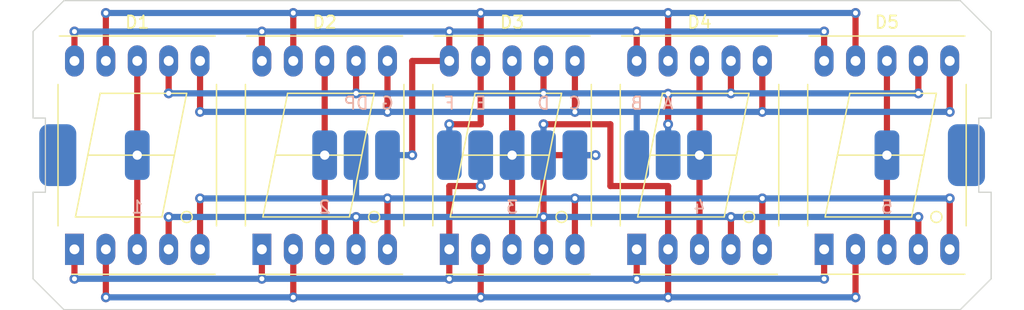
<source format=kicad_pcb>
(kicad_pcb (version 20211014) (generator pcbnew)
  (layers (0 "F.Cu" signal) (31 "B.Cu" signal) (34 "B.Paste" user) (35 "F.Paste" user) (36 "B.SilkS" user "B.Silkscreen") (37 "F.SilkS" user "F.Silkscreen") (38 "B.Mask" user) (39 "F.Mask" user) (44 "Edge.Cuts" user))
  (net 0 "")
  (net 1 "e")
  (net 2 "d")
  (net 3 "ca1")
  (net 4 "c")
  (net 5 "dp")
  (net 6 "b")
  (net 7 "a")
  (net 8 "f")
  (net 9 "g")
  (net 10 "ca2")
  (net 11 "ca3")
  (net 12 "ca4")
  (net 13 "ca5")
  (footprint "Display_7Segment:7SegmentLED_LTS6760_LTS6780" (layer "F.Cu") (at 93.99 50.12 90)
    (fp_text reference "D5" (at 18.37 5.08 180) (layer "F.SilkS"))
    (fp_text value "LTS-6960HR")
    (fp_line (start 2.62 7.08) (end 7.62 8.08) (layer "F.SilkS") (width 0.12))
    (fp_line (start 12.62 2.08) (end 7.62 1.08) (layer "F.SilkS") (width 0.12))
    (fp_line (start 1.905 11.49) (end 13.335 11.49) (layer "F.SilkS") (width 0.12))
    (fp_line (start -2.015 -0.22) (end -2.015 11.38) (layer "F.SilkS") (width 0.12))
    (fp_line (start 12.62 9.08) (end 7.62 8.08) (layer "F.SilkS") (width 0.12))
    (fp_line (start 1.905 -1.33) (end 13.335 -1.33) (layer "F.SilkS") (width 0.12))
    (fp_line (start 7.62 1.08) (end 2.62 0.08) (layer "F.SilkS") (width 0.12))
    (fp_line (start 12.62 2.08) (end 12.62 9.08) (layer "F.SilkS") (width 0.12))
    (fp_line (start 7.62 8.08) (end 7.62 1.08) (layer "F.SilkS") (width 0.12))
    (fp_line (start 2.62 0.08) (end 2.62 7.08) (layer "F.SilkS") (width 0.12))
    (fp_line (start 17.255 11.38) (end 17.255 -1.22) (layer "F.SilkS") (width 0.12))
    (fp_circle (center 2.62 9.08) (end 3.067214 9.08) (layer "F.SilkS") (width 0.12) (fill none))
    (pad "1" thru_hole rect (at 0 0) (size 1.524 2.524) (drill 0.8) (layers *.Cu *.Mask) (net 1 "e"))
    (pad "2" thru_hole oval (at 0 2.54) (size 1.524 2.524) (drill 0.8) (layers *.Cu *.Mask) (net 2 "d"))
    (pad "3" thru_hole oval (at 0 5.08) (size 1.524 2.524) (drill 0.8) (layers *.Cu *.Mask) (net 13 "ca5"))
    (pad "4" thru_hole oval (at 0 7.62) (size 1.524 2.524) (drill 0.8) (layers *.Cu *.Mask) (net 4 "c"))
    (pad "5" thru_hole oval (at 0 10.16) (size 1.524 2.524) (drill 0.8) (layers *.Cu *.Mask) (net 5 "dp"))
    (pad "6" thru_hole oval (at 15.24 10.16) (size 1.524 2.524) (drill 0.8) (layers *.Cu *.Mask) (net 6 "b"))
    (pad "7" thru_hole oval (at 15.24 7.62) (size 1.524 2.524) (drill 0.8) (layers *.Cu *.Mask) (net 7 "a"))
    (pad "8" thru_hole oval (at 15.24 5.08) (size 1.524 2.524) (drill 0.8) (layers *.Cu *.Mask) (net 13 "ca5"))
    (pad "9" thru_hole oval (at 15.24 2.54) (size 1.524 2.524) (drill 0.8) (layers *.Cu *.Mask) (net 8 "f"))
    (pad "10" thru_hole oval (at 15.24 0) (size 1.524 2.524) (drill 0.8) (layers *.Cu *.Mask) (net 9 "g"))
  )
  (footprint "Display_7Segment:7SegmentLED_LTS6760_LTS6780" (layer "F.Cu") (at 48.51 50.12 90)
    (fp_text reference "D2" (at 18.37 5.08 180) (layer "F.SilkS"))
    (fp_text value "LTS-6960HR")
    (fp_line (start 17.255 11.38) (end 17.255 -1.22) (layer "F.SilkS") (width 0.12))
    (fp_line (start 2.62 0.08) (end 2.62 7.08) (layer "F.SilkS") (width 0.12))
    (fp_line (start 1.905 11.49) (end 13.335 11.49) (layer "F.SilkS") (width 0.12))
    (fp_line (start 12.62 2.08) (end 12.62 9.08) (layer "F.SilkS") (width 0.12))
    (fp_line (start 1.905 -1.33) (end 13.335 -1.33) (layer "F.SilkS") (width 0.12))
    (fp_line (start 12.62 9.08) (end 7.62 8.08) (layer "F.SilkS") (width 0.12))
    (fp_line (start 2.62 7.08) (end 7.62 8.08) (layer "F.SilkS") (width 0.12))
    (fp_line (start 7.62 8.08) (end 7.62 1.08) (layer "F.SilkS") (width 0.12))
    (fp_line (start 12.62 2.08) (end 7.62 1.08) (layer "F.SilkS") (width 0.12))
    (fp_line (start 7.62 1.08) (end 2.62 0.08) (layer "F.SilkS") (width 0.12))
    (fp_line (start -2.015 -0.22) (end -2.015 11.38) (layer "F.SilkS") (width 0.12))
    (fp_circle (center 2.62 9.08) (end 3.067214 9.08) (layer "F.SilkS") (width 0.12) (fill none))
    (pad "1" thru_hole rect (at 0 0) (size 1.524 2.524) (drill 0.8) (layers *.Cu *.Mask) (net 1 "e"))
    (pad "2" thru_hole oval (at 0 2.54) (size 1.524 2.524) (drill 0.8) (layers *.Cu *.Mask) (net 2 "d"))
    (pad "3" thru_hole oval (at 0 5.08) (size 1.524 2.524) (drill 0.8) (layers *.Cu *.Mask) (net 10 "ca2"))
    (pad "4" thru_hole oval (at 0 7.62) (size 1.524 2.524) (drill 0.8) (layers *.Cu *.Mask) (net 4 "c"))
    (pad "5" thru_hole oval (at 0 10.16) (size 1.524 2.524) (drill 0.8) (layers *.Cu *.Mask) (net 5 "dp"))
    (pad "6" thru_hole oval (at 15.24 10.16) (size 1.524 2.524) (drill 0.8) (layers *.Cu *.Mask) (net 6 "b"))
    (pad "7" thru_hole oval (at 15.24 7.62) (size 1.524 2.524) (drill 0.8) (layers *.Cu *.Mask) (net 7 "a"))
    (pad "8" thru_hole oval (at 15.24 5.08) (size 1.524 2.524) (drill 0.8) (layers *.Cu *.Mask) (net 10 "ca2"))
    (pad "9" thru_hole oval (at 15.24 2.54) (size 1.524 2.524) (drill 0.8) (layers *.Cu *.Mask) (net 8 "f"))
    (pad "10" thru_hole oval (at 15.24 0) (size 1.524 2.524) (drill 0.8) (layers *.Cu *.Mask) (net 9 "g"))
  )
  (footprint "Display_7Segment:7SegmentLED_LTS6760_LTS6780" (layer "F.Cu") (at 63.67 50.12 90)
    (fp_text reference "D3" (at 18.37 5.08 180) (layer "F.SilkS"))
    (fp_text value "LTS-6960HR")
    (fp_line (start 1.905 11.49) (end 13.335 11.49) (layer "F.SilkS") (width 0.12))
    (fp_line (start -2.015 -0.22) (end -2.015 11.38) (layer "F.SilkS") (width 0.12))
    (fp_line (start 7.62 1.08) (end 2.62 0.08) (layer "F.SilkS") (width 0.12))
    (fp_line (start 2.62 7.08) (end 7.62 8.08) (layer "F.SilkS") (width 0.12))
    (fp_line (start 17.255 11.38) (end 17.255 -1.22) (layer "F.SilkS") (width 0.12))
    (fp_line (start 12.62 9.08) (end 7.62 8.08) (layer "F.SilkS") (width 0.12))
    (fp_line (start 7.62 8.08) (end 7.62 1.08) (layer "F.SilkS") (width 0.12))
    (fp_line (start 1.905 -1.33) (end 13.335 -1.33) (layer "F.SilkS") (width 0.12))
    (fp_line (start 2.62 0.08) (end 2.62 7.08) (layer "F.SilkS") (width 0.12))
    (fp_line (start 12.62 2.08) (end 12.62 9.08) (layer "F.SilkS") (width 0.12))
    (fp_line (start 12.62 2.08) (end 7.62 1.08) (layer "F.SilkS") (width 0.12))
    (fp_circle (center 2.62 9.08) (end 3.067214 9.08) (layer "F.SilkS") (width 0.12) (fill none))
    (pad "1" thru_hole rect (at 0 0) (size 1.524 2.524) (drill 0.8) (layers *.Cu *.Mask) (net 1 "e"))
    (pad "2" thru_hole oval (at 0 2.54) (size 1.524 2.524) (drill 0.8) (layers *.Cu *.Mask) (net 2 "d"))
    (pad "3" thru_hole oval (at 0 5.08) (size 1.524 2.524) (drill 0.8) (layers *.Cu *.Mask) (net 11 "ca3"))
    (pad "4" thru_hole oval (at 0 7.62) (size 1.524 2.524) (drill 0.8) (layers *.Cu *.Mask) (net 4 "c"))
    (pad "5" thru_hole oval (at 0 10.16) (size 1.524 2.524) (drill 0.8) (layers *.Cu *.Mask) (net 5 "dp"))
    (pad "6" thru_hole oval (at 15.24 10.16) (size 1.524 2.524) (drill 0.8) (layers *.Cu *.Mask) (net 6 "b"))
    (pad "7" thru_hole oval (at 15.24 7.62) (size 1.524 2.524) (drill 0.8) (layers *.Cu *.Mask) (net 7 "a"))
    (pad "8" thru_hole oval (at 15.24 5.08) (size 1.524 2.524) (drill 0.8) (layers *.Cu *.Mask) (net 11 "ca3"))
    (pad "9" thru_hole oval (at 15.24 2.54) (size 1.524 2.524) (drill 0.8) (layers *.Cu *.Mask) (net 8 "f"))
    (pad "10" thru_hole oval (at 15.24 0) (size 1.524 2.524) (drill 0.8) (layers *.Cu *.Mask) (net 9 "g"))
  )
  (footprint "Display_7Segment:7SegmentLED_LTS6760_LTS6780" (layer "F.Cu") (at 33.35 50.12 90)
    (fp_text reference "D1" (at 18.37 5.08 180) (layer "F.SilkS"))
    (fp_text value "LTS-6960HR")
    (fp_line (start 17.255 11.38) (end 17.255 -1.22) (layer "F.SilkS") (width 0.12))
    (fp_line (start 7.62 1.08) (end 2.62 0.08) (layer "F.SilkS") (width 0.12))
    (fp_line (start 12.62 2.08) (end 12.62 9.08) (layer "F.SilkS") (width 0.12))
    (fp_line (start 1.905 -1.33) (end 13.335 -1.33) (layer "F.SilkS") (width 0.12))
    (fp_line (start 7.62 8.08) (end 7.62 1.08) (layer "F.SilkS") (width 0.12))
    (fp_line (start -2.015 -0.22) (end -2.015 11.38) (layer "F.SilkS") (width 0.12))
    (fp_line (start 12.62 2.08) (end 7.62 1.08) (layer "F.SilkS") (width 0.12))
    (fp_line (start 12.62 9.08) (end 7.62 8.08) (layer "F.SilkS") (width 0.12))
    (fp_line (start 2.62 0.08) (end 2.62 7.08) (layer "F.SilkS") (width 0.12))
    (fp_line (start 1.905 11.49) (end 13.335 11.49) (layer "F.SilkS") (width 0.12))
    (fp_line (start 2.62 7.08) (end 7.62 8.08) (layer "F.SilkS") (width 0.12))
    (fp_circle (center 2.62 9.08) (end 3.067214 9.08) (layer "F.SilkS") (width 0.12) (fill none))
    (pad "1" thru_hole rect (at 0 0) (size 1.524 2.524) (drill 0.8) (layers *.Cu *.Mask) (net 1 "e"))
    (pad "2" thru_hole oval (at 0 2.54) (size 1.524 2.524) (drill 0.8) (layers *.Cu *.Mask) (net 2 "d"))
    (pad "3" thru_hole oval (at 0 5.08) (size 1.524 2.524) (drill 0.8) (layers *.Cu *.Mask) (net 3 "ca1"))
    (pad "4" thru_hole oval (at 0 7.62) (size 1.524 2.524) (drill 0.8) (layers *.Cu *.Mask) (net 4 "c"))
    (pad "5" thru_hole oval (at 0 10.16) (size 1.524 2.524) (drill 0.8) (layers *.Cu *.Mask) (net 5 "dp"))
    (pad "6" thru_hole oval (at 15.24 10.16) (size 1.524 2.524) (drill 0.8) (layers *.Cu *.Mask) (net 6 "b"))
    (pad "7" thru_hole oval (at 15.24 7.62) (size 1.524 2.524) (drill 0.8) (layers *.Cu *.Mask) (net 7 "a"))
    (pad "8" thru_hole oval (at 15.24 5.08) (size 1.524 2.524) (drill 0.8) (layers *.Cu *.Mask) (net 3 "ca1"))
    (pad "9" thru_hole oval (at 15.24 2.54) (size 1.524 2.524) (drill 0.8) (layers *.Cu *.Mask) (net 8 "f"))
    (pad "10" thru_hole oval (at 15.24 0) (size 1.524 2.524) (drill 0.8) (layers *.Cu *.Mask) (net 9 "g"))
  )
  (footprint "Display_7Segment:7SegmentLED_LTS6760_LTS6780" (layer "F.Cu") (at 78.83 50.12 90)
    (fp_text reference "D4" (at 18.37 5.08 180) (layer "F.SilkS"))
    (fp_text value "LTS-6960HR")
    (fp_line (start 2.62 7.08) (end 7.62 8.08) (layer "F.SilkS") (width 0.12))
    (fp_line (start 12.62 2.08) (end 12.62 9.08) (layer "F.SilkS") (width 0.12))
    (fp_line (start 2.62 0.08) (end 2.62 7.08) (layer "F.SilkS") (width 0.12))
    (fp_line (start 17.255 11.38) (end 17.255 -1.22) (layer "F.SilkS") (width 0.12))
    (fp_line (start -2.015 -0.22) (end -2.015 11.38) (layer "F.SilkS") (width 0.12))
    (fp_line (start 1.905 -1.33) (end 13.335 -1.33) (layer "F.SilkS") (width 0.12))
    (fp_line (start 12.62 2.08) (end 7.62 1.08) (layer "F.SilkS") (width 0.12))
    (fp_line (start 7.62 8.08) (end 7.62 1.08) (layer "F.SilkS") (width 0.12))
    (fp_line (start 12.62 9.08) (end 7.62 8.08) (layer "F.SilkS") (width 0.12))
    (fp_line (start 7.62 1.08) (end 2.62 0.08) (layer "F.SilkS") (width 0.12))
    (fp_line (start 1.905 11.49) (end 13.335 11.49) (layer "F.SilkS") (width 0.12))
    (fp_circle (center 2.62 9.08) (end 3.067214 9.08) (layer "F.SilkS") (width 0.12) (fill none))
    (pad "1" thru_hole rect (at 0 0) (size 1.524 2.524) (drill 0.8) (layers *.Cu *.Mask) (net 1 "e"))
    (pad "2" thru_hole oval (at 0 2.54) (size 1.524 2.524) (drill 0.8) (layers *.Cu *.Mask) (net 2 "d"))
    (pad "3" thru_hole oval (at 0 5.08) (size 1.524 2.524) (drill 0.8) (layers *.Cu *.Mask) (net 12 "ca4"))
    (pad "4" thru_hole oval (at 0 7.62) (size 1.524 2.524) (drill 0.8) (layers *.Cu *.Mask) (net 4 "c"))
    (pad "5" thru_hole oval (at 0 10.16) (size 1.524 2.524) (drill 0.8) (layers *.Cu *.Mask) (net 5 "dp"))
    (pad "6" thru_hole oval (at 15.24 10.16) (size 1.524 2.524) (drill 0.8) (layers *.Cu *.Mask) (net 6 "b"))
    (pad "7" thru_hole oval (at 15.24 7.62) (size 1.524 2.524) (drill 0.8) (layers *.Cu *.Mask) (net 7 "a"))
    (pad "8" thru_hole oval (at 15.24 5.08) (size 1.524 2.524) (drill 0.8) (layers *.Cu *.Mask) (net 12 "ca4"))
    (pad "9" thru_hole oval (at 15.24 2.54) (size 1.524 2.524) (drill 0.8) (layers *.Cu *.Mask) (net 8 "f"))
    (pad "10" thru_hole oval (at 15.24 0) (size 1.524 2.524) (drill 0.8) (layers *.Cu *.Mask) (net 9 "g"))
  )
  (footprint "Display-Modul:Solder-Pad" (layer "B.Cu") (at 38.43 42.5 180)
    (fp_text reference "J9" hide)
    (fp_text value "Conn_01x01")
    (pad "1" smd roundrect (at 0 0 180) (size 2 4) (layers "B.Cu" "B.Paste" "B.Mask") (net 3 "ca1"))
  )
  (footprint "Display-Modul:Solder-Pad" (layer "B.Cu") (at 32 42.5 180)
    (fp_text reference "J14" hide)
    (fp_text value "Conn_01x01")
    (pad "1" smd roundrect (at 0 0 180) (size 3 5) (layers "B.Cu" "B.Paste" "B.Mask"))
  )
  (footprint "Display-Modul:Solder-Pad" (layer "B.Cu") (at 78.83 42.5 180)
    (fp_text reference "J7" hide)
    (fp_text value "Conn_01x01")
    (pad "1" smd roundrect (at 0 0 180) (size 2 4) (layers "B.Cu" "B.Paste" "B.Mask") (net 6 "b"))
  )
  (footprint "Display-Modul:Solder-Pad" (layer "B.Cu") (at 83.91 42.5 180)
    (fp_text reference "J12" hide)
    (fp_text value "Conn_01x01")
    (pad "1" smd roundrect (at 0 0 180) (size 2 4) (layers "B.Cu" "B.Paste" "B.Mask") (net 12 "ca4"))
  )
  (footprint "Display-Modul:Solder-Pad" (layer "B.Cu") (at 63.67 42.5 180)
    (fp_text reference "J3" hide)
    (fp_text value "Conn_01x01")
    (pad "1" smd roundrect (at 0 0 180) (size 2 4) (layers "B.Cu" "B.Paste" "B.Mask") (net 8 "f"))
  )
  (footprint "Display-Modul:Solder-Pad" (layer "B.Cu") (at 66.21 42.5 180)
    (fp_text reference "J4" hide)
    (fp_text value "Conn_01x01")
    (pad "1" smd roundrect (at 0 0 180) (size 2 4) (layers "B.Cu" "B.Paste" "B.Mask") (net 1 "e"))
  )
  (footprint "Display-Modul:Solder-Pad" (layer "B.Cu") (at 71.29 42.5 180)
    (fp_text reference "J5" hide)
    (fp_text value "Conn_01x01")
    (pad "1" smd roundrect (at 0 0 180) (size 2 4) (layers "B.Cu" "B.Paste" "B.Mask") (net 2 "d"))
  )
  (footprint "Display-Modul:Solder-Pad" (layer "B.Cu") (at 58.67 42.5 180)
    (fp_text reference "J2" hide)
    (fp_text value "Conn_01x01")
    (pad "1" smd roundrect (at 0 0 180) (size 2 4) (layers "B.Cu" "B.Paste" "B.Mask") (net 9 "g"))
  )
  (footprint "Display-Modul:Solder-Pad" (layer "B.Cu") (at 53.59 42.5 180)
    (fp_text reference "J10" hide)
    (fp_text value "Conn_01x01")
    (pad "1" smd roundrect (at 0 0 180) (size 2 4) (layers "B.Cu" "B.Paste" "B.Mask") (net 10 "ca2"))
  )
  (footprint "Display-Modul:Solder-Pad" (layer "B.Cu") (at 99.07 42.5 180)
    (fp_text reference "J13" hide)
    (fp_text value "Conn_01x01")
    (pad "1" smd roundrect (at 0 0 180) (size 2 4) (layers "B.Cu" "B.Paste" "B.Mask") (net 13 "ca5"))
  )
  (footprint "Display-Modul:Solder-Pad" (layer "B.Cu") (at 81.37 42.5 180)
    (fp_text reference "J8" hide)
    (fp_text value "Conn_01x01")
    (pad "1" smd roundrect (at 0 0 180) (size 2 4) (layers "B.Cu" "B.Paste" "B.Mask") (net 7 "a"))
  )
  (footprint "Display-Modul:Solder-Pad" (layer "B.Cu") (at 105.5 42.5 180)
    (fp_text reference "J15" hide)
    (fp_text value "Conn_01x01")
    (pad "1" smd roundrect (at 0 0 180) (size 3 5) (layers "B.Cu" "B.Paste" "B.Mask"))
  )
  (footprint "Display-Modul:Solder-Pad" (layer "B.Cu") (at 56.13 42.5 180)
    (fp_text reference "J1" hide)
    (fp_text value "Conn_01x01")
    (pad "1" smd roundrect (at 0 0 180) (size 2 4) (layers "B.Cu" "B.Paste" "B.Mask") (net 5 "dp"))
  )
  (footprint "Display-Modul:Solder-Pad" (layer "B.Cu") (at 68.75 42.5 180)
    (fp_text reference "J11" hide)
    (fp_text value "Conn_01x01")
    (pad "1" smd roundrect (at 0 0 180) (size 2 4) (layers "B.Cu" "B.Paste" "B.Mask") (net 11 "ca3"))
  )
  (footprint "Display-Modul:Solder-Pad" (layer "B.Cu") (at 73.83 42.5 180)
    (fp_text reference "J6" hide)
    (fp_text value "Conn_01x01")
    (pad "1" smd roundrect (at 0 0 180) (size 2 4) (layers "B.Cu" "B.Paste" "B.Mask") (net 4 "c"))
  )
  (gr_line (start 30 52.5) (end 32.5 55) (layer "Edge.Cuts") (width 0.1))
  (gr_line (start 107.5 39.5) (end 106.5 39.5) (layer "Edge.Cuts") (width 0.1))
  (gr_line (start 31 45.5) (end 30 45.5) (layer "Edge.Cuts") (width 0.1))
  (gr_line (start 105 30) (end 107.5 32.5) (layer "Edge.Cuts") (width 0.1))
  (gr_line (start 105 55) (end 32.5 55) (layer "Edge.Cuts") (width 0.1))
  (gr_line (start 106.5 45.5) (end 107.5 45.5) (layer "Edge.Cuts") (width 0.1))
  (gr_line (start 30 45.5) (end 30 52.5) (layer "Edge.Cuts") (width 0.1))
  (gr_line (start 30 32.5) (end 32.5 30) (layer "Edge.Cuts") (width 0.1))
  (gr_line (start 30 39.5) (end 31 39.5) (layer "Edge.Cuts") (width 0.1))
  (gr_line (start 32.5 30) (end 105 30) (layer "Edge.Cuts") (width 0.1))
  (gr_line (start 106.5 39.5) (end 106.5 45.5) (layer "Edge.Cuts") (width 0.1))
  (gr_line (start 31 39.5) (end 31 45.5) (layer "Edge.Cuts") (width 0.1))
  (gr_line (start 107.5 45.5) (end 107.5 52.5) (layer "Edge.Cuts") (width 0.1))
  (gr_line (start 30 32.5) (end 30 39.5) (layer "Edge.Cuts") (width 0.1))
  (gr_line (start 107.5 32.5) (end 107.5 39.5) (layer "Edge.Cuts") (width 0.1))
  (gr_line (start 105 55) (end 107.5 52.5) (layer "Edge.Cuts") (width 0.1))
  (gr_text "3" (at 68.75 46.7) (layer "B.SilkS") (effects (font (size 1 1)) (justify mirror)))
  (gr_text "A" (at 81.37 38.3) (layer "B.SilkS") (effects (font (size 1 1)) (justify mirror)))
  (gr_text "F" (at 63.67 38.3) (layer "B.SilkS") (effects (font (size 1 1)) (justify mirror)))
  (gr_text "B" (at 78.83 38.3) (layer "B.SilkS") (effects (font (size 1 1)) (justify mirror)))
  (gr_text "2" (at 53.59 46.7) (layer "B.SilkS") (effects (font (size 1 1)) (justify mirror)))
  (gr_text "DP" (at 56.13 38.3) (layer "B.SilkS") (effects (font (size 1 1)) (justify mirror)))
  (gr_text "4" (at 83.91 46.7) (layer "B.SilkS") (effects (font (size 1 1)) (justify mirror)))
  (gr_text "E" (at 66.21 38.3) (layer "B.SilkS") (effects (font (size 1 1)) (justify mirror)))
  (gr_text "C" (at 73.83 38.3) (layer "B.SilkS") (effects (font (size 1 1)) (justify mirror)))
  (gr_text "G" (at 58.67 38.3) (layer "B.SilkS") (effects (font (size 1 1)) (justify mirror)))
  (gr_text "1" (at 38.43 46.7) (layer "B.SilkS") (effects (font (size 1 1)) (justify mirror)))
  (gr_text "5" (at 99.07 46.7) (layer "B.SilkS") (effects (font (size 1 1)) (justify mirror)))
  (gr_text "D" (at 71.29 38.3) (layer "B.SilkS") (effects (font (size 1 1)) (justify mirror)))
  (segment (start 93.99 50.12) (end 93.99 52.5) (width 0.5) (layer "F.Cu") (net 1))
  (segment (start 63.67 50.12) (end 63.67 52.5) (width 0.5) (layer "F.Cu") (net 1))
  (segment (start 66.21 45) (end 63.67 45) (width 0.5) (layer "F.Cu") (net 1))
  (segment (start 63.67 50.12) (end 63.67 45) (width 0.5) (layer "F.Cu") (net 1))
  (segment (start 33.35 50.12) (end 33.35 52.5) (width 0.5) (layer "F.Cu") (net 1))
  (segment (start 78.83 50.12) (end 78.83 52.5) (width 0.5) (layer "F.Cu") (net 1))
  (segment (start 48.51 50.12) (end 48.51 52.5) (width 0.5) (layer "F.Cu") (net 1))
  (via (at 78.83 52.5) (size 0.8) (drill 0.4) (layers "F.Cu" "B.Cu") (net 1))
  (via (at 33.35 52.5) (size 0.8) (drill 0.4) (layers "F.Cu" "B.Cu") (net 1))
  (via (at 63.67 52.5) (size 0.8) (drill 0.4) (layers "F.Cu" "B.Cu") (net 1))
  (via (at 48.51 52.5) (size 0.8) (drill 0.4) (layers "F.Cu" "B.Cu") (net 1))
  (via (at 66.21 45) (size 0.8) (drill 0.4) (layers "F.Cu" "B.Cu") (net 1))
  (via (at 93.99 52.5) (size 0.8) (drill 0.4) (layers "F.Cu" "B.Cu") (net 1))
  (segment (start 66.21 45) (end 66.21 42.5) (width 0.5) (layer "B.Cu") (net 1))
  (segment (start 33.35 52.5) (end 93.99 52.5) (width 0.5) (layer "B.Cu") (net 1))
  (segment (start 81.37 50.12) (end 81.37 45) (width 0.5) (layer "F.Cu") (net 2))
  (segment (start 76.7 40) (end 76.7 45) (width 0.5) (layer "F.Cu") (net 2))
  (segment (start 51.05 50.12) (end 51.05 54) (width 0.5) (layer "F.Cu") (net 2))
  (segment (start 76.7 45) (end 81.37 45) (width 0.5) (layer "F.Cu") (net 2))
  (segment (start 96.53 50.12) (end 96.53 54) (width 0.5) (layer "F.Cu") (net 2))
  (segment (start 71.29 40) (end 76.7 40) (width 0.5) (layer "F.Cu") (net 2))
  (segment (start 66.21 50.12) (end 66.21 54) (width 0.5) (layer "F.Cu") (net 2))
  (segment (start 35.89 50.12) (end 35.89 54) (width 0.5) (layer "F.Cu") (net 2))
  (segment (start 81.37 50.12) (end 81.37 54) (width 0.5) (layer "F.Cu") (net 2))
  (via (at 35.89 54) (size 0.8) (drill 0.4) (layers "F.Cu" "B.Cu") (net 2))
  (via (at 66.21 54) (size 0.8) (drill 0.4) (layers "F.Cu" "B.Cu") (net 2))
  (via (at 71.29 40) (size 0.8) (drill 0.4) (layers "F.Cu" "B.Cu") (net 2))
  (via (at 51.05 54) (size 0.8) (drill 0.4) (layers "F.Cu" "B.Cu") (net 2))
  (via (at 96.53 54) (size 0.8) (drill 0.4) (layers "F.Cu" "B.Cu") (net 2))
  (via (at 81.37 54) (size 0.8) (drill 0.4) (layers "F.Cu" "B.Cu") (net 2))
  (segment (start 71.29 42.5) (end 71.29 40) (width 0.5) (layer "B.Cu") (net 2))
  (segment (start 35.89 54) (end 96.53 54) (width 0.5) (layer "B.Cu") (net 2))
  (segment (start 38.43 42.57) (end 38.43 50.12) (width 0.5) (layer "F.Cu") (net 3))
  (segment (start 38.43 34.88) (end 38.43 42.57) (width 0.5) (layer "F.Cu") (net 3))
  (via (at 38.43 42.5) (size 1.5) (drill 0.75) (layers "F.Cu" "B.Cu") (net 3))
  (segment (start 71.29 47.5) (end 71.29 42.51) (width 0.5) (layer "F.Cu") (net 4))
  (segment (start 86.45 50.12) (end 86.45 47.5) (width 0.5) (layer "F.Cu") (net 4))
  (segment (start 56.13 50.12) (end 56.13 47.5) (width 0.5) (layer "F.Cu") (net 4))
  (segment (start 101.61 50.12) (end 101.61 47.5) (width 0.5) (layer "F.Cu") (net 4))
  (segment (start 40.97 50.12) (end 40.97 47.5) (width 0.5) (layer "F.Cu") (net 4))
  (segment (start 71.3 42.5) (end 75.5 42.5) (width 0.5) (layer "F.Cu") (net 4))
  (segment (start 71.29 50.12) (end 71.29 47.5) (width 0.5) (layer "F.Cu") (net 4))
  (segment (start 71.29 42.51) (end 71.3 42.5) (width 0.5) (layer "F.Cu") (net 4))
  (via (at 86.45 47.5) (size 0.8) (drill 0.4) (layers "F.Cu" "B.Cu") (net 4))
  (via (at 75.5 42.5) (size 0.8) (drill 0.4) (layers "F.Cu" "B.Cu") (net 4))
  (via (at 101.61 47.5) (size 0.8) (drill 0.4) (layers "F.Cu" "B.Cu") (net 4))
  (via (at 56.13 47.5) (size 0.8) (drill 0.4) (layers "F.Cu" "B.Cu") (net 4))
  (via (at 40.97 47.5) (size 0.8) (drill 0.4) (layers "F.Cu" "B.Cu") (net 4))
  (via (at 71.29 47.5) (size 0.8) (drill 0.4) (layers "F.Cu" "B.Cu") (net 4))
  (segment (start 75.5 42.5) (end 73.83 42.5) (width 0.5) (layer "B.Cu") (net 4))
  (segment (start 40.97 47.5) (end 101.61 47.5) (width 0.5) (layer "B.Cu") (net 4))
  (segment (start 104.15 50.12) (end 104.15 46) (width 0.5) (layer "F.Cu") (net 5))
  (segment (start 58.67 50.12) (end 58.67 46) (width 0.5) (layer "F.Cu") (net 5))
  (segment (start 73.83 50.12) (end 73.83 46) (width 0.5) (layer "F.Cu") (net 5))
  (segment (start 88.99 50.12) (end 88.99 46) (width 0.5) (layer "F.Cu") (net 5))
  (segment (start 43.51 50.12) (end 43.51 46) (width 0.5) (layer "F.Cu") (net 5))
  (via (at 43.51 46) (size 0.8) (drill 0.4) (layers "F.Cu" "B.Cu") (net 5))
  (via (at 58.67 46) (size 0.8) (drill 0.4) (layers "F.Cu" "B.Cu") (net 5))
  (via (at 104.15 46) (size 0.8) (drill 0.4) (layers "F.Cu" "B.Cu") (net 5))
  (via (at 88.99 46) (size 0.8) (drill 0.4) (layers "F.Cu" "B.Cu") (net 5))
  (via (at 73.83 46) (size 0.8) (drill 0.4) (layers "F.Cu" "B.Cu") (net 5))
  (segment (start 81.25 46) (end 104.15 46) (width 0.5) (layer "B.Cu") (net 5))
  (segment (start 56.2 46) (end 81.25 46) (width 0.5) (layer "B.Cu") (net 5))
  (segment (start 56.13 45.93) (end 56.2 46) (width 0.5) (layer "B.Cu") (net 5))
  (segment (start 43.51 46) (end 56.2 46) (width 0.5) (layer "B.Cu") (net 5))
  (segment (start 56.13 42.5) (end 56.13 45.93) (width 0.5) (layer "B.Cu") (net 5))
  (segment (start 43.51 34.88) (end 43.51 39) (width 0.5) (layer "F.Cu") (net 6))
  (segment (start 73.83 34.88) (end 73.83 39) (width 0.5) (layer "F.Cu") (net 6))
  (segment (start 58.67 34.88) (end 58.67 39) (width 0.5) (layer "F.Cu") (net 6))
  (segment (start 88.99 34.88) (end 88.99 39) (width 0.5) (layer "F.Cu") (net 6))
  (segment (start 104.15 34.88) (end 104.15 39) (width 0.5) (layer "F.Cu") (net 6))
  (via (at 88.99 39) (size 0.8) (drill 0.4) (layers "F.Cu" "B.Cu") (net 6))
  (via (at 104.15 39) (size 0.8) (drill 0.4) (layers "F.Cu" "B.Cu") (net 6))
  (via (at 43.51 39) (size 0.8) (drill 0.4) (layers "F.Cu" "B.Cu") (net 6))
  (via (at 73.83 39) (size 0.8) (drill 0.4) (layers "F.Cu" "B.Cu") (net 6))
  (via (at 58.67 39) (size 0.8) (drill 0.4) (layers "F.Cu" "B.Cu") (net 6))
  (segment (start 78.9 39) (end 104.15 39) (width 0.5) (layer "B.Cu") (net 6))
  (segment (start 43.51 39) (end 78.9 39) (width 0.5) (layer "B.Cu") (net 6))
  (segment (start 78.83 42.5) (end 78.83 39.07) (width 0.5) (layer "B.Cu") (net 6))
  (segment (start 78.83 39.07) (end 78.9 39) (width 0.5) (layer "B.Cu") (net 6))
  (segment (start 71.29 34.88) (end 71.29 37.5) (width 0.5) (layer "F.Cu") (net 7))
  (segment (start 56.13 34.88) (end 56.13 37.5) (width 0.5) (layer "F.Cu") (net 7))
  (segment (start 81.37 40) (end 81.37 37.53) (width 0.5) (layer "F.Cu") (net 7))
  (segment (start 40.97 34.88) (end 40.97 37.5) (width 0.5) (layer "F.Cu") (net 7))
  (segment (start 86.45 34.88) (end 86.45 37.5) (width 0.5) (layer "F.Cu") (net 7))
  (segment (start 101.61 34.88) (end 101.61 37.5) (width 0.5) (layer "F.Cu") (net 7))
  (via (at 40.97 37.5) (size 0.8) (drill 0.4) (layers "F.Cu" "B.Cu") (net 7))
  (via (at 56.13 37.5) (size 0.8) (drill 0.4) (layers "F.Cu" "B.Cu") (net 7))
  (via (at 71.29 37.5) (size 0.8) (drill 0.4) (layers "F.Cu" "B.Cu") (net 7))
  (via (at 81.37 40) (size 0.8) (drill 0.4) (layers "F.Cu" "B.Cu") (net 7))
  (via (at 101.61 37.5) (size 0.8) (drill 0.4) (layers "F.Cu" "B.Cu") (net 7))
  (via (at 81.37 37.53) (size 0.8) (drill 0.4) (layers "F.Cu" "B.Cu") (net 7))
  (via (at 86.45 37.5) (size 0.8) (drill 0.4) (layers "F.Cu" "B.Cu") (net 7))
  (segment (start 81.37 42.5) (end 81.37 40) (width 0.5) (layer "B.Cu") (net 7))
  (segment (start 101.61 37.5) (end 40.97 37.5) (width 0.5) (layer "B.Cu") (net 7))
  (segment (start 66.21 34.88) (end 66.21 31) (width 0.5) (layer "F.Cu") (net 8))
  (segment (start 66.21 34.88) (end 66.21 40) (width 0.5) (layer "F.Cu") (net 8))
  (segment (start 81.37 34.88) (end 81.37 31) (width 0.5) (layer "F.Cu") (net 8))
  (segment (start 51.05 34.88) (end 51.05 31) (width 0.5) (layer "F.Cu") (net 8))
  (segment (start 63.67 40) (end 66.21 40) (width 0.5) (layer "F.Cu") (net 8))
  (segment (start 96.53 34.88) (end 96.53 31) (width 0.5) (layer "F.Cu") (net 8))
  (segment (start 35.89 34.88) (end 35.89 31) (width 0.5) (layer "F.Cu") (net 8))
  (via (at 63.67 40) (size 0.8) (drill 0.4) (layers "F.Cu" "B.Cu") (net 8))
  (via (at 96.53 31) (size 0.8) (drill 0.4) (layers "F.Cu" "B.Cu") (net 8))
  (via (at 35.89 31) (size 0.8) (drill 0.4) (layers "F.Cu" "B.Cu") (net 8))
  (via (at 66.21 31) (size 0.8) (drill 0.4) (layers "F.Cu" "B.Cu") (net 8))
  (via (at 51.05 31) (size 0.8) (drill 0.4) (layers "F.Cu" "B.Cu") (net 8))
  (via (at 81.37 31) (size 0.8) (drill 0.4) (layers "F.Cu" "B.Cu") (net 8))
  (segment (start 63.67 42.5) (end 63.67 40) (width 0.5) (layer "B.Cu") (net 8))
  (segment (start 35.89 31) (end 96.53 31) (width 0.5) (layer "B.Cu") (net 8))
  (segment (start 63.67 34.88) (end 60.67 34.88) (width 0.5) (layer "F.Cu") (net 9))
  (segment (start 78.83 34.88) (end 78.83 32.5) (width 0.5) (layer "F.Cu") (net 9))
  (segment (start 33.35 34.88) (end 33.35 32.5) (width 0.5) (layer "F.Cu") (net 9))
  (segment (start 48.51 34.88) (end 48.51 32.5) (width 0.5) (layer "F.Cu") (net 9))
  (segment (start 63.67 34.88) (end 63.67 32.5) (width 0.5) (layer "F.Cu") (net 9))
  (segment (start 93.99 32.5) (end 93.99 34.88) (width 0.5) (layer "F.Cu") (net 9))
  (segment (start 60.67 42.5) (end 60.67 34.88) (width 0.5) (layer "F.Cu") (net 9))
  (via (at 78.83 32.5) (size 0.8) (drill 0.4) (layers "F.Cu" "B.Cu") (net 9))
  (via (at 48.51 32.5) (size 0.8) (drill 0.4) (layers "F.Cu" "B.Cu") (net 9))
  (via (at 33.35 32.5) (size 0.8) (drill 0.4) (layers "F.Cu" "B.Cu") (net 9))
  (via (at 63.67 32.5) (size 0.8) (drill 0.4) (layers "F.Cu" "B.Cu") (net 9))
  (via (at 93.99 32.5) (size 0.8) (drill 0.4) (layers "F.Cu" "B.Cu") (net 9))
  (via (at 60.67 42.5) (size 0.8) (drill 0.4) (layers "F.Cu" "B.Cu") (net 9))
  (segment (start 58.67 42.5) (end 60.67 42.5) (width 0.5) (layer "B.Cu") (net 9))
  (segment (start 33.35 32.5) (end 93.99 32.5) (width 0.5) (layer "B.Cu") (net 9))
  (segment (start 53.59 42.41) (end 53.59 50.12) (width 0.5) (layer "F.Cu") (net 10))
  (segment (start 53.59 34.88) (end 53.59 42.41) (width 0.5) (layer "F.Cu") (net 10))
  (via (at 53.59 42.5) (size 1.5) (drill 0.75) (layers "F.Cu" "B.Cu") (net 10))
  (segment (start 68.75 42.5) (end 68.75 50.12) (width 0.5) (layer "F.Cu") (net 11))
  (segment (start 68.75 34.88) (end 68.75 42.5) (width 0.5) (layer "F.Cu") (net 11))
  (via (at 68.75 42.5) (size 1.5) (drill 0.75) (layers "F.Cu" "B.Cu") (net 11))
  (segment (start 83.91 34.88) (end 83.91 42.59) (width 0.5) (layer "F.Cu") (net 12))
  (segment (start 83.91 42.59) (end 83.91 50.12) (width 0.5) (layer "F.Cu") (net 12))
  (via (at 83.91 42.5) (size 1.5) (drill 0.75) (layers "F.Cu" "B.Cu") (net 12))
  (segment (start 99.07 34.88) (end 99.07 42.43) (width 0.5) (layer "F.Cu") (net 13))
  (segment (start 99.07 42.43) (end 99.07 50.12) (width 0.5) (layer "F.Cu") (net 13))
  (via (at 99.07 42.5) (size 1.5) (drill 0.75) (layers "F.Cu" "B.Cu") (net 13))
)
</source>
